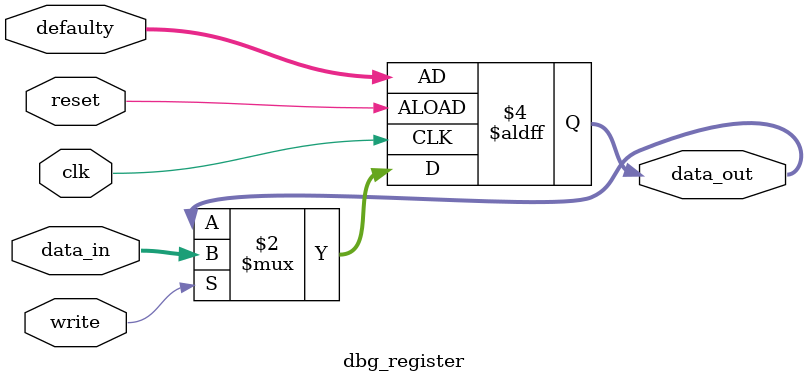
<source format=v>

`include "timescale.v"
// synopsys translate_on

module dbg_register(data_in, data_out, write, clk, reset, defaulty);

parameter WIDTH = 8; // default parameter of the register width

input [WIDTH-1:0] data_in;

input write;
input clk;
input reset;
input [WIDTH-1:0] defaulty;

output [WIDTH-1:0] data_out;
reg    [WIDTH-1:0] data_out;

always @ (posedge clk or posedge reset)
//always @ (posedge clk)
begin
  if(reset)
    data_out[WIDTH-1:0]<=#1 defaulty;
  else
    begin
      if(write)                         // write
        data_out[WIDTH-1:0]<=#1 data_in[WIDTH-1:0];
    end
end


endmodule   // Register


</source>
